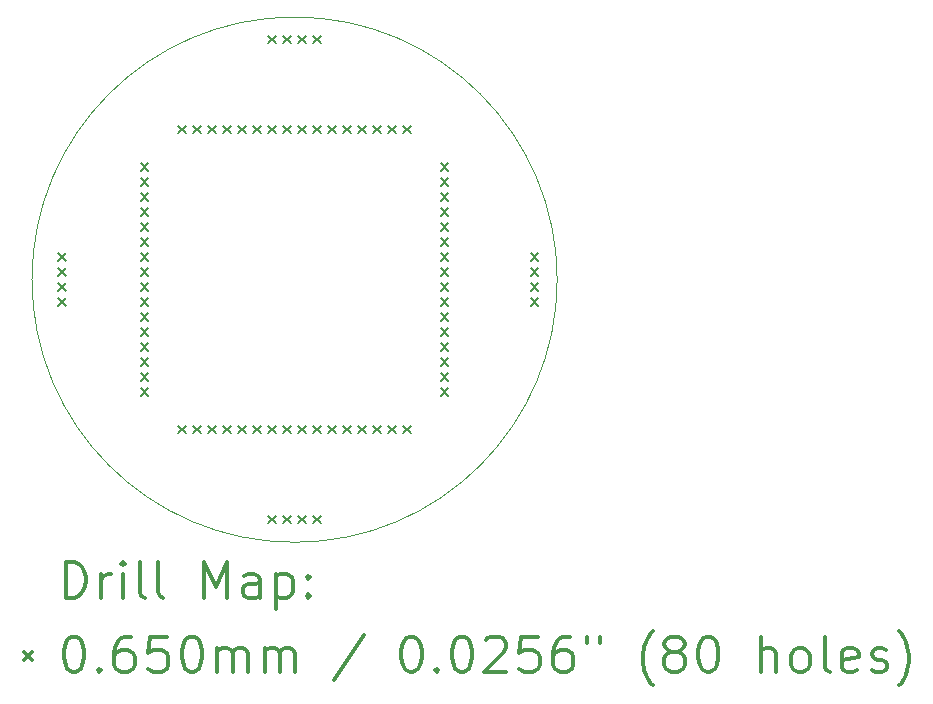
<source format=gbr>
%FSLAX45Y45*%
G04 Gerber Fmt 4.5, Leading zero omitted, Abs format (unit mm)*
G04 Created by KiCad (PCBNEW 5.1.10) date 2021-10-22 01:17:50*
%MOMM*%
%LPD*%
G01*
G04 APERTURE LIST*
%TA.AperFunction,Profile*%
%ADD10C,0.050000*%
%TD*%
%ADD11C,0.200000*%
%ADD12C,0.300000*%
G04 APERTURE END LIST*
D10*
X15304407Y-7112000D02*
G75*
G03*
X15304407Y-7112000I-2223407J0D01*
G01*
D11*
X11080000Y-6889000D02*
X11145000Y-6954000D01*
X11145000Y-6889000D02*
X11080000Y-6954000D01*
X11080000Y-7016000D02*
X11145000Y-7081000D01*
X11145000Y-7016000D02*
X11080000Y-7081000D01*
X11080000Y-7143000D02*
X11145000Y-7208000D01*
X11145000Y-7143000D02*
X11080000Y-7208000D01*
X11080000Y-7270000D02*
X11145000Y-7335000D01*
X11145000Y-7270000D02*
X11080000Y-7335000D01*
X11778500Y-6127000D02*
X11843500Y-6192000D01*
X11843500Y-6127000D02*
X11778500Y-6192000D01*
X11778500Y-6254000D02*
X11843500Y-6319000D01*
X11843500Y-6254000D02*
X11778500Y-6319000D01*
X11778500Y-6381000D02*
X11843500Y-6446000D01*
X11843500Y-6381000D02*
X11778500Y-6446000D01*
X11778500Y-6508000D02*
X11843500Y-6573000D01*
X11843500Y-6508000D02*
X11778500Y-6573000D01*
X11778500Y-6635000D02*
X11843500Y-6700000D01*
X11843500Y-6635000D02*
X11778500Y-6700000D01*
X11778500Y-6762000D02*
X11843500Y-6827000D01*
X11843500Y-6762000D02*
X11778500Y-6827000D01*
X11778500Y-6889000D02*
X11843500Y-6954000D01*
X11843500Y-6889000D02*
X11778500Y-6954000D01*
X11778500Y-7016000D02*
X11843500Y-7081000D01*
X11843500Y-7016000D02*
X11778500Y-7081000D01*
X11778500Y-7143000D02*
X11843500Y-7208000D01*
X11843500Y-7143000D02*
X11778500Y-7208000D01*
X11778500Y-7270000D02*
X11843500Y-7335000D01*
X11843500Y-7270000D02*
X11778500Y-7335000D01*
X11778500Y-7397000D02*
X11843500Y-7462000D01*
X11843500Y-7397000D02*
X11778500Y-7462000D01*
X11778500Y-7524000D02*
X11843500Y-7589000D01*
X11843500Y-7524000D02*
X11778500Y-7589000D01*
X11778500Y-7651000D02*
X11843500Y-7716000D01*
X11843500Y-7651000D02*
X11778500Y-7716000D01*
X11778500Y-7778000D02*
X11843500Y-7843000D01*
X11843500Y-7778000D02*
X11778500Y-7843000D01*
X11778500Y-7905000D02*
X11843500Y-7970000D01*
X11843500Y-7905000D02*
X11778500Y-7970000D01*
X11778500Y-8032000D02*
X11843500Y-8097000D01*
X11843500Y-8032000D02*
X11778500Y-8097000D01*
X12096000Y-5809500D02*
X12161000Y-5874500D01*
X12161000Y-5809500D02*
X12096000Y-5874500D01*
X12096000Y-8349500D02*
X12161000Y-8414500D01*
X12161000Y-8349500D02*
X12096000Y-8414500D01*
X12223000Y-5809500D02*
X12288000Y-5874500D01*
X12288000Y-5809500D02*
X12223000Y-5874500D01*
X12223000Y-8349500D02*
X12288000Y-8414500D01*
X12288000Y-8349500D02*
X12223000Y-8414500D01*
X12350000Y-5809500D02*
X12415000Y-5874500D01*
X12415000Y-5809500D02*
X12350000Y-5874500D01*
X12350000Y-8349500D02*
X12415000Y-8414500D01*
X12415000Y-8349500D02*
X12350000Y-8414500D01*
X12477000Y-5809500D02*
X12542000Y-5874500D01*
X12542000Y-5809500D02*
X12477000Y-5874500D01*
X12477000Y-8349500D02*
X12542000Y-8414500D01*
X12542000Y-8349500D02*
X12477000Y-8414500D01*
X12604000Y-5809500D02*
X12669000Y-5874500D01*
X12669000Y-5809500D02*
X12604000Y-5874500D01*
X12604000Y-8349500D02*
X12669000Y-8414500D01*
X12669000Y-8349500D02*
X12604000Y-8414500D01*
X12731000Y-5809500D02*
X12796000Y-5874500D01*
X12796000Y-5809500D02*
X12731000Y-5874500D01*
X12731000Y-8349500D02*
X12796000Y-8414500D01*
X12796000Y-8349500D02*
X12731000Y-8414500D01*
X12858000Y-5047500D02*
X12923000Y-5112500D01*
X12923000Y-5047500D02*
X12858000Y-5112500D01*
X12858000Y-5809500D02*
X12923000Y-5874500D01*
X12923000Y-5809500D02*
X12858000Y-5874500D01*
X12858000Y-8349500D02*
X12923000Y-8414500D01*
X12923000Y-8349500D02*
X12858000Y-8414500D01*
X12858000Y-9111500D02*
X12923000Y-9176500D01*
X12923000Y-9111500D02*
X12858000Y-9176500D01*
X12985000Y-5047500D02*
X13050000Y-5112500D01*
X13050000Y-5047500D02*
X12985000Y-5112500D01*
X12985000Y-5809500D02*
X13050000Y-5874500D01*
X13050000Y-5809500D02*
X12985000Y-5874500D01*
X12985000Y-8349500D02*
X13050000Y-8414500D01*
X13050000Y-8349500D02*
X12985000Y-8414500D01*
X12985000Y-9111500D02*
X13050000Y-9176500D01*
X13050000Y-9111500D02*
X12985000Y-9176500D01*
X13112000Y-5047500D02*
X13177000Y-5112500D01*
X13177000Y-5047500D02*
X13112000Y-5112500D01*
X13112000Y-5809500D02*
X13177000Y-5874500D01*
X13177000Y-5809500D02*
X13112000Y-5874500D01*
X13112000Y-8349500D02*
X13177000Y-8414500D01*
X13177000Y-8349500D02*
X13112000Y-8414500D01*
X13112000Y-9111500D02*
X13177000Y-9176500D01*
X13177000Y-9111500D02*
X13112000Y-9176500D01*
X13239000Y-5047500D02*
X13304000Y-5112500D01*
X13304000Y-5047500D02*
X13239000Y-5112500D01*
X13239000Y-5809500D02*
X13304000Y-5874500D01*
X13304000Y-5809500D02*
X13239000Y-5874500D01*
X13239000Y-8349500D02*
X13304000Y-8414500D01*
X13304000Y-8349500D02*
X13239000Y-8414500D01*
X13239000Y-9111500D02*
X13304000Y-9176500D01*
X13304000Y-9111500D02*
X13239000Y-9176500D01*
X13366000Y-5809500D02*
X13431000Y-5874500D01*
X13431000Y-5809500D02*
X13366000Y-5874500D01*
X13366000Y-8349500D02*
X13431000Y-8414500D01*
X13431000Y-8349500D02*
X13366000Y-8414500D01*
X13493000Y-5809500D02*
X13558000Y-5874500D01*
X13558000Y-5809500D02*
X13493000Y-5874500D01*
X13493000Y-8349500D02*
X13558000Y-8414500D01*
X13558000Y-8349500D02*
X13493000Y-8414500D01*
X13620000Y-5809500D02*
X13685000Y-5874500D01*
X13685000Y-5809500D02*
X13620000Y-5874500D01*
X13620000Y-8349500D02*
X13685000Y-8414500D01*
X13685000Y-8349500D02*
X13620000Y-8414500D01*
X13747000Y-5809500D02*
X13812000Y-5874500D01*
X13812000Y-5809500D02*
X13747000Y-5874500D01*
X13747000Y-8349500D02*
X13812000Y-8414500D01*
X13812000Y-8349500D02*
X13747000Y-8414500D01*
X13874000Y-5809500D02*
X13939000Y-5874500D01*
X13939000Y-5809500D02*
X13874000Y-5874500D01*
X13874000Y-8349500D02*
X13939000Y-8414500D01*
X13939000Y-8349500D02*
X13874000Y-8414500D01*
X14001000Y-5809500D02*
X14066000Y-5874500D01*
X14066000Y-5809500D02*
X14001000Y-5874500D01*
X14001000Y-8349500D02*
X14066000Y-8414500D01*
X14066000Y-8349500D02*
X14001000Y-8414500D01*
X14318500Y-6127000D02*
X14383500Y-6192000D01*
X14383500Y-6127000D02*
X14318500Y-6192000D01*
X14318500Y-6254000D02*
X14383500Y-6319000D01*
X14383500Y-6254000D02*
X14318500Y-6319000D01*
X14318500Y-6381000D02*
X14383500Y-6446000D01*
X14383500Y-6381000D02*
X14318500Y-6446000D01*
X14318500Y-6508000D02*
X14383500Y-6573000D01*
X14383500Y-6508000D02*
X14318500Y-6573000D01*
X14318500Y-6635000D02*
X14383500Y-6700000D01*
X14383500Y-6635000D02*
X14318500Y-6700000D01*
X14318500Y-6762000D02*
X14383500Y-6827000D01*
X14383500Y-6762000D02*
X14318500Y-6827000D01*
X14318500Y-6889000D02*
X14383500Y-6954000D01*
X14383500Y-6889000D02*
X14318500Y-6954000D01*
X14318500Y-7016000D02*
X14383500Y-7081000D01*
X14383500Y-7016000D02*
X14318500Y-7081000D01*
X14318500Y-7143000D02*
X14383500Y-7208000D01*
X14383500Y-7143000D02*
X14318500Y-7208000D01*
X14318500Y-7270000D02*
X14383500Y-7335000D01*
X14383500Y-7270000D02*
X14318500Y-7335000D01*
X14318500Y-7397000D02*
X14383500Y-7462000D01*
X14383500Y-7397000D02*
X14318500Y-7462000D01*
X14318500Y-7524000D02*
X14383500Y-7589000D01*
X14383500Y-7524000D02*
X14318500Y-7589000D01*
X14318500Y-7651000D02*
X14383500Y-7716000D01*
X14383500Y-7651000D02*
X14318500Y-7716000D01*
X14318500Y-7778000D02*
X14383500Y-7843000D01*
X14383500Y-7778000D02*
X14318500Y-7843000D01*
X14318500Y-7905000D02*
X14383500Y-7970000D01*
X14383500Y-7905000D02*
X14318500Y-7970000D01*
X14318500Y-8032000D02*
X14383500Y-8097000D01*
X14383500Y-8032000D02*
X14318500Y-8097000D01*
X15080500Y-6889000D02*
X15145500Y-6954000D01*
X15145500Y-6889000D02*
X15080500Y-6954000D01*
X15080500Y-7016000D02*
X15145500Y-7081000D01*
X15145500Y-7016000D02*
X15080500Y-7081000D01*
X15080500Y-7143000D02*
X15145500Y-7208000D01*
X15145500Y-7143000D02*
X15080500Y-7208000D01*
X15080500Y-7270000D02*
X15145500Y-7335000D01*
X15145500Y-7270000D02*
X15080500Y-7335000D01*
D12*
X11141521Y-9803621D02*
X11141521Y-9503621D01*
X11212950Y-9503621D01*
X11255807Y-9517907D01*
X11284379Y-9546479D01*
X11298664Y-9575050D01*
X11312950Y-9632193D01*
X11312950Y-9675050D01*
X11298664Y-9732193D01*
X11284379Y-9760764D01*
X11255807Y-9789336D01*
X11212950Y-9803621D01*
X11141521Y-9803621D01*
X11441521Y-9803621D02*
X11441521Y-9603621D01*
X11441521Y-9660764D02*
X11455807Y-9632193D01*
X11470093Y-9617907D01*
X11498664Y-9603621D01*
X11527236Y-9603621D01*
X11627236Y-9803621D02*
X11627236Y-9603621D01*
X11627236Y-9503621D02*
X11612950Y-9517907D01*
X11627236Y-9532193D01*
X11641521Y-9517907D01*
X11627236Y-9503621D01*
X11627236Y-9532193D01*
X11812950Y-9803621D02*
X11784379Y-9789336D01*
X11770093Y-9760764D01*
X11770093Y-9503621D01*
X11970093Y-9803621D02*
X11941521Y-9789336D01*
X11927236Y-9760764D01*
X11927236Y-9503621D01*
X12312950Y-9803621D02*
X12312950Y-9503621D01*
X12412950Y-9717907D01*
X12512950Y-9503621D01*
X12512950Y-9803621D01*
X12784379Y-9803621D02*
X12784379Y-9646479D01*
X12770093Y-9617907D01*
X12741521Y-9603621D01*
X12684379Y-9603621D01*
X12655807Y-9617907D01*
X12784379Y-9789336D02*
X12755807Y-9803621D01*
X12684379Y-9803621D01*
X12655807Y-9789336D01*
X12641521Y-9760764D01*
X12641521Y-9732193D01*
X12655807Y-9703621D01*
X12684379Y-9689336D01*
X12755807Y-9689336D01*
X12784379Y-9675050D01*
X12927236Y-9603621D02*
X12927236Y-9903621D01*
X12927236Y-9617907D02*
X12955807Y-9603621D01*
X13012950Y-9603621D01*
X13041521Y-9617907D01*
X13055807Y-9632193D01*
X13070093Y-9660764D01*
X13070093Y-9746479D01*
X13055807Y-9775050D01*
X13041521Y-9789336D01*
X13012950Y-9803621D01*
X12955807Y-9803621D01*
X12927236Y-9789336D01*
X13198664Y-9775050D02*
X13212950Y-9789336D01*
X13198664Y-9803621D01*
X13184379Y-9789336D01*
X13198664Y-9775050D01*
X13198664Y-9803621D01*
X13198664Y-9617907D02*
X13212950Y-9632193D01*
X13198664Y-9646479D01*
X13184379Y-9632193D01*
X13198664Y-9617907D01*
X13198664Y-9646479D01*
X10790093Y-10265407D02*
X10855093Y-10330407D01*
X10855093Y-10265407D02*
X10790093Y-10330407D01*
X11198664Y-10133621D02*
X11227236Y-10133621D01*
X11255807Y-10147907D01*
X11270093Y-10162193D01*
X11284379Y-10190764D01*
X11298664Y-10247907D01*
X11298664Y-10319336D01*
X11284379Y-10376479D01*
X11270093Y-10405050D01*
X11255807Y-10419336D01*
X11227236Y-10433621D01*
X11198664Y-10433621D01*
X11170093Y-10419336D01*
X11155807Y-10405050D01*
X11141521Y-10376479D01*
X11127236Y-10319336D01*
X11127236Y-10247907D01*
X11141521Y-10190764D01*
X11155807Y-10162193D01*
X11170093Y-10147907D01*
X11198664Y-10133621D01*
X11427236Y-10405050D02*
X11441521Y-10419336D01*
X11427236Y-10433621D01*
X11412950Y-10419336D01*
X11427236Y-10405050D01*
X11427236Y-10433621D01*
X11698664Y-10133621D02*
X11641521Y-10133621D01*
X11612950Y-10147907D01*
X11598664Y-10162193D01*
X11570093Y-10205050D01*
X11555807Y-10262193D01*
X11555807Y-10376479D01*
X11570093Y-10405050D01*
X11584379Y-10419336D01*
X11612950Y-10433621D01*
X11670093Y-10433621D01*
X11698664Y-10419336D01*
X11712950Y-10405050D01*
X11727236Y-10376479D01*
X11727236Y-10305050D01*
X11712950Y-10276479D01*
X11698664Y-10262193D01*
X11670093Y-10247907D01*
X11612950Y-10247907D01*
X11584379Y-10262193D01*
X11570093Y-10276479D01*
X11555807Y-10305050D01*
X11998664Y-10133621D02*
X11855807Y-10133621D01*
X11841521Y-10276479D01*
X11855807Y-10262193D01*
X11884379Y-10247907D01*
X11955807Y-10247907D01*
X11984379Y-10262193D01*
X11998664Y-10276479D01*
X12012950Y-10305050D01*
X12012950Y-10376479D01*
X11998664Y-10405050D01*
X11984379Y-10419336D01*
X11955807Y-10433621D01*
X11884379Y-10433621D01*
X11855807Y-10419336D01*
X11841521Y-10405050D01*
X12198664Y-10133621D02*
X12227236Y-10133621D01*
X12255807Y-10147907D01*
X12270093Y-10162193D01*
X12284379Y-10190764D01*
X12298664Y-10247907D01*
X12298664Y-10319336D01*
X12284379Y-10376479D01*
X12270093Y-10405050D01*
X12255807Y-10419336D01*
X12227236Y-10433621D01*
X12198664Y-10433621D01*
X12170093Y-10419336D01*
X12155807Y-10405050D01*
X12141521Y-10376479D01*
X12127236Y-10319336D01*
X12127236Y-10247907D01*
X12141521Y-10190764D01*
X12155807Y-10162193D01*
X12170093Y-10147907D01*
X12198664Y-10133621D01*
X12427236Y-10433621D02*
X12427236Y-10233621D01*
X12427236Y-10262193D02*
X12441521Y-10247907D01*
X12470093Y-10233621D01*
X12512950Y-10233621D01*
X12541521Y-10247907D01*
X12555807Y-10276479D01*
X12555807Y-10433621D01*
X12555807Y-10276479D02*
X12570093Y-10247907D01*
X12598664Y-10233621D01*
X12641521Y-10233621D01*
X12670093Y-10247907D01*
X12684379Y-10276479D01*
X12684379Y-10433621D01*
X12827236Y-10433621D02*
X12827236Y-10233621D01*
X12827236Y-10262193D02*
X12841521Y-10247907D01*
X12870093Y-10233621D01*
X12912950Y-10233621D01*
X12941521Y-10247907D01*
X12955807Y-10276479D01*
X12955807Y-10433621D01*
X12955807Y-10276479D02*
X12970093Y-10247907D01*
X12998664Y-10233621D01*
X13041521Y-10233621D01*
X13070093Y-10247907D01*
X13084379Y-10276479D01*
X13084379Y-10433621D01*
X13670093Y-10119336D02*
X13412950Y-10505050D01*
X14055807Y-10133621D02*
X14084379Y-10133621D01*
X14112950Y-10147907D01*
X14127236Y-10162193D01*
X14141521Y-10190764D01*
X14155807Y-10247907D01*
X14155807Y-10319336D01*
X14141521Y-10376479D01*
X14127236Y-10405050D01*
X14112950Y-10419336D01*
X14084379Y-10433621D01*
X14055807Y-10433621D01*
X14027236Y-10419336D01*
X14012950Y-10405050D01*
X13998664Y-10376479D01*
X13984379Y-10319336D01*
X13984379Y-10247907D01*
X13998664Y-10190764D01*
X14012950Y-10162193D01*
X14027236Y-10147907D01*
X14055807Y-10133621D01*
X14284379Y-10405050D02*
X14298664Y-10419336D01*
X14284379Y-10433621D01*
X14270093Y-10419336D01*
X14284379Y-10405050D01*
X14284379Y-10433621D01*
X14484379Y-10133621D02*
X14512950Y-10133621D01*
X14541521Y-10147907D01*
X14555807Y-10162193D01*
X14570093Y-10190764D01*
X14584379Y-10247907D01*
X14584379Y-10319336D01*
X14570093Y-10376479D01*
X14555807Y-10405050D01*
X14541521Y-10419336D01*
X14512950Y-10433621D01*
X14484379Y-10433621D01*
X14455807Y-10419336D01*
X14441521Y-10405050D01*
X14427236Y-10376479D01*
X14412950Y-10319336D01*
X14412950Y-10247907D01*
X14427236Y-10190764D01*
X14441521Y-10162193D01*
X14455807Y-10147907D01*
X14484379Y-10133621D01*
X14698664Y-10162193D02*
X14712950Y-10147907D01*
X14741521Y-10133621D01*
X14812950Y-10133621D01*
X14841521Y-10147907D01*
X14855807Y-10162193D01*
X14870093Y-10190764D01*
X14870093Y-10219336D01*
X14855807Y-10262193D01*
X14684379Y-10433621D01*
X14870093Y-10433621D01*
X15141521Y-10133621D02*
X14998664Y-10133621D01*
X14984379Y-10276479D01*
X14998664Y-10262193D01*
X15027236Y-10247907D01*
X15098664Y-10247907D01*
X15127236Y-10262193D01*
X15141521Y-10276479D01*
X15155807Y-10305050D01*
X15155807Y-10376479D01*
X15141521Y-10405050D01*
X15127236Y-10419336D01*
X15098664Y-10433621D01*
X15027236Y-10433621D01*
X14998664Y-10419336D01*
X14984379Y-10405050D01*
X15412950Y-10133621D02*
X15355807Y-10133621D01*
X15327236Y-10147907D01*
X15312950Y-10162193D01*
X15284379Y-10205050D01*
X15270093Y-10262193D01*
X15270093Y-10376479D01*
X15284379Y-10405050D01*
X15298664Y-10419336D01*
X15327236Y-10433621D01*
X15384379Y-10433621D01*
X15412950Y-10419336D01*
X15427236Y-10405050D01*
X15441521Y-10376479D01*
X15441521Y-10305050D01*
X15427236Y-10276479D01*
X15412950Y-10262193D01*
X15384379Y-10247907D01*
X15327236Y-10247907D01*
X15298664Y-10262193D01*
X15284379Y-10276479D01*
X15270093Y-10305050D01*
X15555807Y-10133621D02*
X15555807Y-10190764D01*
X15670093Y-10133621D02*
X15670093Y-10190764D01*
X16112950Y-10547907D02*
X16098664Y-10533621D01*
X16070093Y-10490764D01*
X16055807Y-10462193D01*
X16041521Y-10419336D01*
X16027236Y-10347907D01*
X16027236Y-10290764D01*
X16041521Y-10219336D01*
X16055807Y-10176479D01*
X16070093Y-10147907D01*
X16098664Y-10105050D01*
X16112950Y-10090764D01*
X16270093Y-10262193D02*
X16241521Y-10247907D01*
X16227236Y-10233621D01*
X16212950Y-10205050D01*
X16212950Y-10190764D01*
X16227236Y-10162193D01*
X16241521Y-10147907D01*
X16270093Y-10133621D01*
X16327236Y-10133621D01*
X16355807Y-10147907D01*
X16370093Y-10162193D01*
X16384379Y-10190764D01*
X16384379Y-10205050D01*
X16370093Y-10233621D01*
X16355807Y-10247907D01*
X16327236Y-10262193D01*
X16270093Y-10262193D01*
X16241521Y-10276479D01*
X16227236Y-10290764D01*
X16212950Y-10319336D01*
X16212950Y-10376479D01*
X16227236Y-10405050D01*
X16241521Y-10419336D01*
X16270093Y-10433621D01*
X16327236Y-10433621D01*
X16355807Y-10419336D01*
X16370093Y-10405050D01*
X16384379Y-10376479D01*
X16384379Y-10319336D01*
X16370093Y-10290764D01*
X16355807Y-10276479D01*
X16327236Y-10262193D01*
X16570093Y-10133621D02*
X16598664Y-10133621D01*
X16627236Y-10147907D01*
X16641521Y-10162193D01*
X16655807Y-10190764D01*
X16670093Y-10247907D01*
X16670093Y-10319336D01*
X16655807Y-10376479D01*
X16641521Y-10405050D01*
X16627236Y-10419336D01*
X16598664Y-10433621D01*
X16570093Y-10433621D01*
X16541521Y-10419336D01*
X16527236Y-10405050D01*
X16512950Y-10376479D01*
X16498664Y-10319336D01*
X16498664Y-10247907D01*
X16512950Y-10190764D01*
X16527236Y-10162193D01*
X16541521Y-10147907D01*
X16570093Y-10133621D01*
X17027236Y-10433621D02*
X17027236Y-10133621D01*
X17155807Y-10433621D02*
X17155807Y-10276479D01*
X17141521Y-10247907D01*
X17112950Y-10233621D01*
X17070093Y-10233621D01*
X17041521Y-10247907D01*
X17027236Y-10262193D01*
X17341521Y-10433621D02*
X17312950Y-10419336D01*
X17298664Y-10405050D01*
X17284379Y-10376479D01*
X17284379Y-10290764D01*
X17298664Y-10262193D01*
X17312950Y-10247907D01*
X17341521Y-10233621D01*
X17384379Y-10233621D01*
X17412950Y-10247907D01*
X17427236Y-10262193D01*
X17441521Y-10290764D01*
X17441521Y-10376479D01*
X17427236Y-10405050D01*
X17412950Y-10419336D01*
X17384379Y-10433621D01*
X17341521Y-10433621D01*
X17612950Y-10433621D02*
X17584379Y-10419336D01*
X17570093Y-10390764D01*
X17570093Y-10133621D01*
X17841521Y-10419336D02*
X17812950Y-10433621D01*
X17755807Y-10433621D01*
X17727236Y-10419336D01*
X17712950Y-10390764D01*
X17712950Y-10276479D01*
X17727236Y-10247907D01*
X17755807Y-10233621D01*
X17812950Y-10233621D01*
X17841521Y-10247907D01*
X17855807Y-10276479D01*
X17855807Y-10305050D01*
X17712950Y-10333621D01*
X17970093Y-10419336D02*
X17998664Y-10433621D01*
X18055807Y-10433621D01*
X18084379Y-10419336D01*
X18098664Y-10390764D01*
X18098664Y-10376479D01*
X18084379Y-10347907D01*
X18055807Y-10333621D01*
X18012950Y-10333621D01*
X17984379Y-10319336D01*
X17970093Y-10290764D01*
X17970093Y-10276479D01*
X17984379Y-10247907D01*
X18012950Y-10233621D01*
X18055807Y-10233621D01*
X18084379Y-10247907D01*
X18198664Y-10547907D02*
X18212950Y-10533621D01*
X18241521Y-10490764D01*
X18255807Y-10462193D01*
X18270093Y-10419336D01*
X18284379Y-10347907D01*
X18284379Y-10290764D01*
X18270093Y-10219336D01*
X18255807Y-10176479D01*
X18241521Y-10147907D01*
X18212950Y-10105050D01*
X18198664Y-10090764D01*
M02*

</source>
